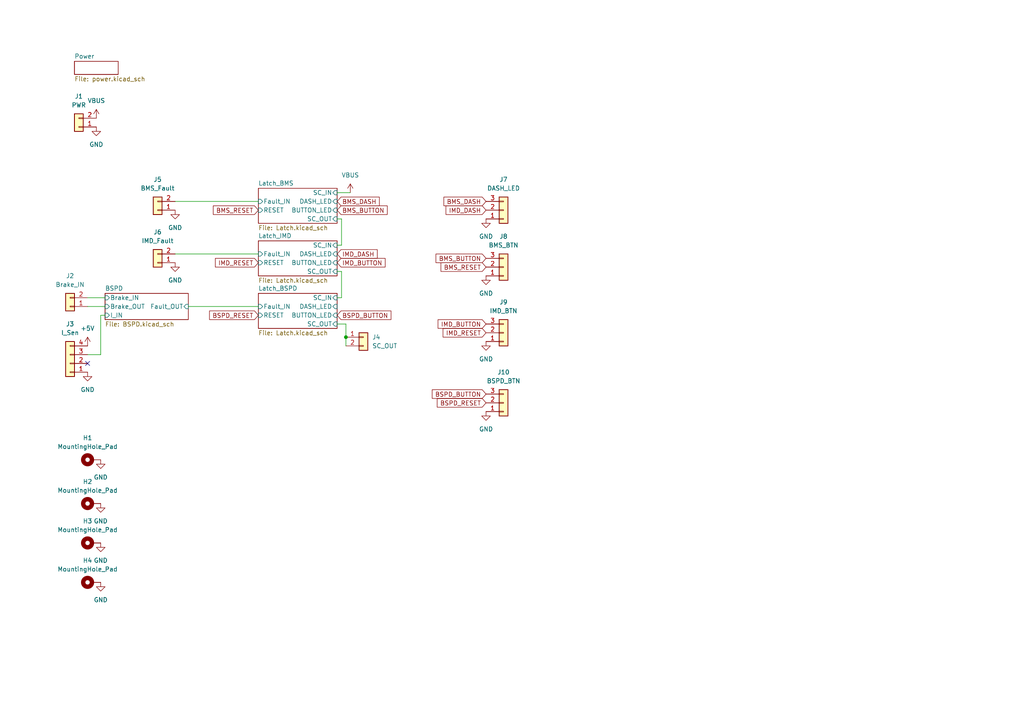
<source format=kicad_sch>
(kicad_sch (version 20231120) (generator "eeschema") (generator_version "8.0")
  (paper "A4")
  (lib_symbols
    (symbol "Connector_Generic:Conn_01x02" (pin_names (offset 1.016) hide)
      (property "Reference" "J" (at 0 2.54 0))
      (property "Value" "Conn_01x02" (at 0 -5.08 0))
      (symbol "Conn_01x02_1_1"
        (rectangle (start -1.27 -2.413) (end 0 -2.667) (stroke (width 0.1524)))
        (rectangle (start -1.27 0.127) (end 0 -0.127) (stroke (width 0.1524)))
        (rectangle (start -1.27 1.27) (end 1.27 -3.81) (stroke (width 0.254)) (fill (type background)))
        (pin passive line (at -5.08 0 0) (length 3.81) (name "Pin_1") (number "1"))
        (pin passive line (at -5.08 -2.54 0) (length 3.81) (name "Pin_2") (number "2"))
      )
    )
    (symbol "Connector_Generic:Conn_01x03" (pin_names (offset 1.016) hide)
      (property "Reference" "J" (at 0 5.08 0))
      (property "Value" "Conn_01x03" (at 0 -5.08 0))
      (symbol "Conn_01x03_1_1"
        (rectangle (start -1.27 -2.413) (end 0 -2.667) (stroke (width 0.1524)))
        (rectangle (start -1.27 0.127) (end 0 -0.127) (stroke (width 0.1524)))
        (rectangle (start -1.27 2.667) (end 0 2.413) (stroke (width 0.1524)))
        (rectangle (start -1.27 3.81) (end 1.27 -3.81) (stroke (width 0.254)) (fill (type background)))
        (pin passive line (at -5.08 2.54 0) (length 3.81) (name "Pin_1") (number "1"))
        (pin passive line (at -5.08 0 0) (length 3.81) (name "Pin_2") (number "2"))
        (pin passive line (at -5.08 -2.54 0) (length 3.81) (name "Pin_3") (number "3"))
      )
    )
    (symbol "Connector_Generic:Conn_01x04" (pin_names (offset 1.016) hide)
      (property "Reference" "J" (at 0 5.08 0))
      (property "Value" "Conn_01x04" (at 0 -7.62 0))
      (symbol "Conn_01x04_1_1"
        (rectangle (start -1.27 -4.953) (end 0 -5.207) (stroke (width 0.1524)))
        (rectangle (start -1.27 -2.413) (end 0 -2.667) (stroke (width 0.1524)))
        (rectangle (start -1.27 0.127) (end 0 -0.127) (stroke (width 0.1524)))
        (rectangle (start -1.27 2.667) (end 0 2.413) (stroke (width 0.1524)))
        (rectangle (start -1.27 3.81) (end 1.27 -6.35) (stroke (width 0.254)) (fill (type background)))
        (pin passive line (at -5.08 2.54 0) (length 3.81) (name "Pin_1") (number "1"))
        (pin passive line (at -5.08 0 0) (length 3.81) (name "Pin_2") (number "2"))
        (pin passive line (at -5.08 -2.54 0) (length 3.81) (name "Pin_3") (number "3"))
        (pin passive line (at -5.08 -5.08 0) (length 3.81) (name "Pin_4") (number "4"))
      )
    )
    (symbol "Mechanical:MountingHole_Pad" (pin_numbers hide) (pin_names (offset 1.016) hide)
      (property "Reference" "H" (at 0 6.35 0))
      (property "Value" "MountingHole_Pad" (at 0 4.445 0))
      (symbol "MountingHole_Pad_0_1"
        (circle (center 0 1.27) (radius 1.27) (stroke (width 1.27)))
      )
      (symbol "MountingHole_Pad_1_1"
        (pin input line (at 0 -2.54 90) (length 2.54) (name "1") (number "1"))
      )
    )
    (symbol "power:+5V" (power) (pin_names (offset 0))
      (property "Value" "+5V" (at 0 3.556 0))
      (symbol "+5V_0_1"
        (polyline (pts (xy -0.762 1.27) (xy 0 2.54)))
        (polyline (pts (xy 0 0) (xy 0 2.54)))
        (polyline (pts (xy 0 2.54) (xy 0.762 1.27)))
      )
      (symbol "+5V_1_1"
        (pin power_in line (at 0 0 90) (length 0) hide (name "+5V") (number "1"))
      )
    )
    (symbol "power:GND" (power) (pin_names (offset 0))
      (property "Value" "GND" (at 0 -3.81 0))
      (symbol "GND_0_1"
        (polyline (pts (xy 0 0) (xy 0 -1.27) (xy 1.27 -1.27) (xy 0 -2.54) (xy -1.27 -1.27) (xy 0 -1.27)))
      )
      (symbol "GND_1_1"
        (pin power_in line (at 0 0 270) (length 0) hide (name "GND") (number "1"))
      )
    )
    (symbol "power:VBUS" (power) (pin_names (offset 0))
      (property "Value" "VBUS" (at 0 3.81 0))
      (symbol "VBUS_0_1"
        (polyline (pts (xy -0.762 1.27) (xy 0 2.54)))
        (polyline (pts (xy 0 0) (xy 0 2.54)))
        (polyline (pts (xy 0 2.54) (xy 0.762 1.27)))
      )
      (symbol "VBUS_1_1"
        (pin power_in line (at 0 0 90) (length 0) hide (name "VBUS") (number "1"))
      )
    )
  )
  (junction (at 100.33 97.79))
  (no_connect (at 25.4 105.41))
  (wire (pts (xy 99.06 78.74) (xy 99.06 86.36)))
  (wire (pts (xy 97.79 93.98) (xy 100.33 93.98)))
  (wire (pts (xy 50.8 73.66) (xy 74.93 73.66)))
  (wire (pts (xy 29.21 102.87) (xy 29.21 91.44)))
  (wire (pts (xy 97.79 78.74) (xy 99.06 78.74)))
  (wire (pts (xy 25.4 86.36) (xy 30.48 86.36)))
  (wire (pts (xy 50.8 58.42) (xy 74.93 58.42)))
  (wire (pts (xy 99.06 71.12) (xy 97.79 71.12)))
  (wire (pts (xy 99.06 63.5) (xy 99.06 71.12)))
  (wire (pts (xy 99.06 86.36) (xy 97.79 86.36)))
  (wire (pts (xy 97.79 55.88) (xy 101.6 55.88)))
  (wire (pts (xy 100.33 97.79) (xy 100.33 100.33)))
  (wire (pts (xy 100.33 93.98) (xy 100.33 97.79)))
  (wire (pts (xy 25.4 102.87) (xy 29.21 102.87)))
  (wire (pts (xy 54.61 88.9) (xy 74.93 88.9)))
  (wire (pts (xy 97.79 63.5) (xy 99.06 63.5)))
  (wire (pts (xy 25.4 88.9) (xy 30.48 88.9)))
  (wire (pts (xy 29.21 91.44) (xy 30.48 91.44)))
  (global_label "BMS_DASH" (shape input) (at 140.97 58.42 180) (property "Intersheetrefs" "${INTERSHEET_REFS}" (effects (hide yes))))
  (global_label "IMD_RESET" (shape input) (at 74.93 76.2 180) (property "Intersheetrefs" "${INTERSHEET_REFS}" (effects (hide yes))))
  (global_label "IMD_BUTTON" (shape input) (at 140.97 93.98 180) (property "Intersheetrefs" "${INTERSHEET_REFS}" (effects (hide yes))))
  (global_label "BSPD_RESET" (shape input) (at 74.93 91.44 180) (property "Intersheetrefs" "${INTERSHEET_REFS}" (effects (hide yes))))
  (global_label "BMS_BUTTON" (shape input) (at 140.97 74.93 180) (property "Intersheetrefs" "${INTERSHEET_REFS}" (effects (hide yes))))
  (global_label "BSPD_BUTTON" (shape input) (at 97.79 91.44 0) (property "Intersheetrefs" "${INTERSHEET_REFS}" (effects (hide yes))))
  (global_label "BSPD_RESET" (shape input) (at 140.97 116.84 180) (property "Intersheetrefs" "${INTERSHEET_REFS}" (effects (hide yes))))
  (global_label "BSPD_BUTTON" (shape input) (at 140.97 114.3 180) (property "Intersheetrefs" "${INTERSHEET_REFS}" (effects (hide yes))))
  (global_label "BMS_RESET" (shape input) (at 140.97 77.47 180) (property "Intersheetrefs" "${INTERSHEET_REFS}" (effects (hide yes))))
  (global_label "BMS_DASH" (shape input) (at 97.79 58.42 0) (property "Intersheetrefs" "${INTERSHEET_REFS}" (effects (hide yes))))
  (global_label "BMS_BUTTON" (shape input) (at 97.79 60.96 0) (property "Intersheetrefs" "${INTERSHEET_REFS}" (effects (hide yes))))
  (global_label "IMD_RESET" (shape input) (at 140.97 96.52 180) (property "Intersheetrefs" "${INTERSHEET_REFS}" (effects (hide yes))))
  (global_label "IMD_DASH" (shape input) (at 97.79 73.66 0) (property "Intersheetrefs" "${INTERSHEET_REFS}" (effects (hide yes))))
  (global_label "IMD_DASH" (shape input) (at 140.97 60.96 180) (property "Intersheetrefs" "${INTERSHEET_REFS}" (effects (hide yes))))
  (global_label "IMD_BUTTON" (shape input) (at 97.79 76.2 0) (property "Intersheetrefs" "${INTERSHEET_REFS}" (effects (hide yes))))
  (global_label "BMS_RESET" (shape input) (at 74.93 60.96 180) (property "Intersheetrefs" "${INTERSHEET_REFS}" (effects (hide yes))))
  (symbol (lib_id "Mechanical:MountingHole_Pad") (at 26.67 133.35 90) (unit 1)
    (property "Reference" "H1" (at 25.4 127 90))
    (property "Value" "MountingHole_Pad" (at 25.4 129.54 90))
    (property "Footprint" "MountingHole:MountingHole_4.3mm_M4_DIN965_Pad_TopBottom" (effects (hide yes)))
  )
  (symbol (lib_id "power:GND") (at 29.21 168.91 0) (unit 1)
    (property "Reference" "#PWR097" (effects (hide yes)))
    (property "Value" "GND" (at 29.21 173.99 0))
  )
  (symbol (lib_id "Connector_Generic:Conn_01x04") (at 20.32 105.41 180) (unit 1)
    (property "Reference" "J3" (at 20.32 93.98 0))
    (property "Value" "I_Sen" (at 20.32 96.52 0))
    (property "Footprint" "Connector_JST:JST_XH_B4B-XH-A_1x04_P2.50mm_Vertical" (effects (hide yes)))
  )
  (symbol (lib_id "Connector_Generic:Conn_01x03") (at 146.05 96.52 0) (mirror x) (unit 1)
    (property "Reference" "J9" (at 146.05 87.63 0))
    (property "Value" "IMD_BTN" (at 146.05 90.17 0))
    (property "Footprint" "Connector_JST:JST_XH_B3B-XH-A_1x03_P2.50mm_Vertical" (effects (hide yes)))
  )
  (symbol (lib_id "Connector_Generic:Conn_01x02") (at 45.72 60.96 180) (unit 1)
    (property "Reference" "J5" (at 45.72 52.07 0))
    (property "Value" "BMS_Fault" (at 45.72 54.61 0))
    (property "Footprint" "Connector_JST:JST_XH_B2B-XH-A_1x02_P2.50mm_Vertical" (effects (hide yes)))
  )
  (symbol (lib_id "Connector_Generic:Conn_01x03") (at 146.05 116.84 0) (mirror x) (unit 1)
    (property "Reference" "J10" (at 146.05 107.95 0))
    (property "Value" "BSPD_BTN" (at 146.05 110.49 0))
    (property "Footprint" "Connector_JST:JST_XH_B3B-XH-A_1x03_P2.50mm_Vertical" (effects (hide yes)))
  )
  (symbol (lib_id "power:VBUS") (at 101.6 55.88 0) (unit 1)
    (property "Reference" "#PWR087" (effects (hide yes)))
    (property "Value" "VBUS" (at 101.6 50.8 0))
  )
  (symbol (lib_id "Connector_Generic:Conn_01x02") (at 105.41 97.79 0) (unit 1)
    (property "Reference" "J4" (at 107.95 97.79 0) (effects (justify left)))
    (property "Value" "SC_OUT" (at 107.95 100.33 0) (effects (justify left)))
    (property "Footprint" "Connector_JST:JST_XH_B2B-XH-A_1x02_P2.50mm_Vertical" (effects (hide yes)))
  )
  (symbol (lib_id "power:VBUS") (at 27.94 34.29 0) (unit 1)
    (property "Reference" "#PWR055" (effects (hide yes)))
    (property "Value" "VBUS" (at 27.94 29.21 0))
  )
  (symbol (lib_id "power:GND") (at 25.4 107.95 0) (unit 1)
    (property "Reference" "#PWR086" (effects (hide yes)))
    (property "Value" "GND" (at 25.4 113.03 0))
  )
  (symbol (lib_id "power:GND") (at 29.21 133.35 0) (unit 1)
    (property "Reference" "#PWR094" (effects (hide yes)))
    (property "Value" "GND" (at 29.21 138.43 0))
  )
  (symbol (lib_id "Connector_Generic:Conn_01x03") (at 146.05 77.47 0) (mirror x) (unit 1)
    (property "Reference" "J8" (at 146.05 68.58 0))
    (property "Value" "BMS_BTN" (at 146.05 71.12 0))
    (property "Footprint" "Connector_JST:JST_XH_B3B-XH-A_1x03_P2.50mm_Vertical" (effects (hide yes)))
  )
  (symbol (lib_id "power:GND") (at 140.97 119.38 0) (unit 1)
    (property "Reference" "#PWR093" (effects (hide yes)))
    (property "Value" "GND" (at 140.97 124.46 0))
  )
  (symbol (lib_id "power:GND") (at 50.8 76.2 0) (unit 1)
    (property "Reference" "#PWR088" (effects (hide yes)))
    (property "Value" "GND" (at 50.8 81.28 0))
  )
  (symbol (lib_id "Mechanical:MountingHole_Pad") (at 26.67 157.48 90) (unit 1)
    (property "Reference" "H3" (at 25.4 151.13 90))
    (property "Value" "MountingHole_Pad" (at 25.4 153.67 90))
    (property "Footprint" "MountingHole:MountingHole_4.3mm_M4_DIN965_Pad_TopBottom" (effects (hide yes)))
  )
  (symbol (lib_id "power:GND") (at 29.21 146.05 0) (unit 1)
    (property "Reference" "#PWR095" (effects (hide yes)))
    (property "Value" "GND" (at 29.21 151.13 0))
  )
  (symbol (lib_id "power:GND") (at 29.21 157.48 0) (unit 1)
    (property "Reference" "#PWR096" (effects (hide yes)))
    (property "Value" "GND" (at 29.21 162.56 0))
  )
  (symbol (lib_id "power:+5V") (at 25.4 100.33 0) (unit 1)
    (property "Reference" "#PWR085" (effects (hide yes)))
    (property "Value" "+5V" (at 25.4 95.25 0))
  )
  (symbol (lib_id "Connector_Generic:Conn_01x02") (at 20.32 88.9 180) (unit 1)
    (property "Reference" "J2" (at 20.32 80.01 0))
    (property "Value" "Brake_IN" (at 20.32 82.55 0))
    (property "Footprint" "Connector_JST:JST_XH_B2B-XH-A_1x02_P2.50mm_Vertical" (effects (hide yes)))
  )
  (symbol (lib_id "power:GND") (at 140.97 80.01 0) (unit 1)
    (property "Reference" "#PWR091" (effects (hide yes)))
    (property "Value" "GND" (at 140.97 85.09 0))
  )
  (symbol (lib_id "power:GND") (at 50.8 60.96 0) (unit 1)
    (property "Reference" "#PWR089" (effects (hide yes)))
    (property "Value" "GND" (at 50.8 66.04 0))
  )
  (symbol (lib_id "power:GND") (at 140.97 99.06 0) (unit 1)
    (property "Reference" "#PWR092" (effects (hide yes)))
    (property "Value" "GND" (at 140.97 104.14 0))
  )
  (symbol (lib_id "power:GND") (at 140.97 63.5 0) (unit 1)
    (property "Reference" "#PWR090" (effects (hide yes)))
    (property "Value" "GND" (at 140.97 68.58 0))
  )
  (symbol (lib_id "power:GND") (at 27.94 36.83 0) (unit 1)
    (property "Reference" "#PWR056" (effects (hide yes)))
    (property "Value" "GND" (at 27.94 41.91 0))
  )
  (symbol (lib_id "Mechanical:MountingHole_Pad") (at 26.67 146.05 90) (unit 1)
    (property "Reference" "H2" (at 25.4 139.7 90))
    (property "Value" "MountingHole_Pad" (at 25.4 142.24 90))
    (property "Footprint" "MountingHole:MountingHole_4.3mm_M4_DIN965_Pad_TopBottom" (effects (hide yes)))
  )
  (symbol (lib_id "Connector_Generic:Conn_01x02") (at 22.86 36.83 180) (unit 1)
    (property "Reference" "J1" (at 22.86 27.94 0))
    (property "Value" "PWR" (at 22.86 30.48 0))
    (property "Footprint" "Connector_JST:JST_VH_B2P-VH-B_1x02_P3.96mm_Vertical" (effects (hide yes)))
  )
  (symbol (lib_id "Connector_Generic:Conn_01x03") (at 146.05 60.96 0) (mirror x) (unit 1)
    (property "Reference" "J7" (at 146.05 52.07 0))
    (property "Value" "DASH_LED" (at 146.05 54.61 0))
    (property "Footprint" "Connector_JST:JST_XH_B3B-XH-A_1x03_P2.50mm_Vertical" (effects (hide yes)))
  )
  (symbol (lib_id "Connector_Generic:Conn_01x02") (at 45.72 76.2 180) (unit 1)
    (property "Reference" "J6" (at 45.72 67.31 0))
    (property "Value" "IMD_Fault" (at 45.72 69.85 0))
    (property "Footprint" "Connector_JST:JST_XH_B2B-XH-A_1x02_P2.50mm_Vertical" (effects (hide yes)))
  )
  (symbol (lib_id "Mechanical:MountingHole_Pad") (at 26.67 168.91 90) (unit 1)
    (property "Reference" "H4" (at 25.4 162.56 90))
    (property "Value" "MountingHole_Pad" (at 25.4 165.1 90))
    (property "Footprint" "MountingHole:MountingHole_4.3mm_M4_DIN965_Pad_TopBottom" (effects (hide yes)))
  )
  (sheet (at 30.48 85.09) (size 24.13 7.62) (stroke (width 0.1524))
    (property "Sheetname" "BSPD" (at 30.48 84.3784 0) (effects (justify left bottom)))
    (property "Sheetfile" "BSPD.kicad_sch" (at 30.48 93.2946 0) (effects (justify left top)))
    (pin "Brake_IN" input (at 30.48 86.36 180))
    (pin "Brake_OUT" input (at 30.48 88.9 180))
    (pin "I_IN" input (at 30.48 91.44 180))
    (pin "Fault_OUT" input (at 54.61 88.9 0))
  )
  (sheet (at 74.93 85.09) (size 22.86 10.16) (stroke (width 0.1524))
    (property "Sheetname" "Latch_BSPD" (at 74.93 84.3784 0) (effects (justify left bottom)))
    (property "Sheetfile" "Latch.kicad_sch" (at 74.93 95.8346 0) (effects (justify left top)))
    (pin "SC_IN" input (at 97.79 86.36 0))
    (pin "DASH_LED" input (at 97.79 88.9 0))
    (pin "BUTTON_LED" input (at 97.79 91.44 0))
    (pin "SC_OUT" input (at 97.79 93.98 0))
    (pin "Fault_IN" input (at 74.93 88.9 180))
    (pin "RESET" input (at 74.93 91.44 180))
  )
  (sheet (at 21.59 17.78) (size 12.7 3.81) (stroke (width 0.1524))
    (property "Sheetname" "Power" (at 21.59 17.0684 0) (effects (justify left bottom)))
    (property "Sheetfile" "power.kicad_sch" (at 21.59 22.1746 0) (effects (justify left top)))
  )
  (sheet (at 74.93 69.85) (size 22.86 10.16) (stroke (width 0.1524))
    (property "Sheetname" "Latch_IMD" (at 74.93 69.1384 0) (effects (justify left bottom)))
    (property "Sheetfile" "Latch.kicad_sch" (at 74.93 80.5946 0) (effects (justify left top)))
    (pin "SC_IN" input (at 97.79 71.12 0))
    (pin "DASH_LED" input (at 97.79 73.66 0))
    (pin "BUTTON_LED" input (at 97.79 76.2 0))
    (pin "SC_OUT" input (at 97.79 78.74 0))
    (pin "Fault_IN" input (at 74.93 73.66 180))
    (pin "RESET" input (at 74.93 76.2 180))
  )
  (sheet (at 74.93 54.61) (size 22.86 10.16) (stroke (width 0.1524))
    (property "Sheetname" "Latch_BMS" (at 74.93 53.8984 0) (effects (justify left bottom)))
    (property "Sheetfile" "Latch.kicad_sch" (at 74.93 65.3546 0) (effects (justify left top)))
    (pin "SC_IN" input (at 97.79 55.88 0))
    (pin "DASH_LED" input (at 97.79 58.42 0))
    (pin "BUTTON_LED" input (at 97.79 60.96 0))
    (pin "SC_OUT" input (at 97.79 63.5 0))
    (pin "Fault_IN" input (at 74.93 58.42 180))
    (pin "RESET" input (at 74.93 60.96 180))
  )
)
</source>
